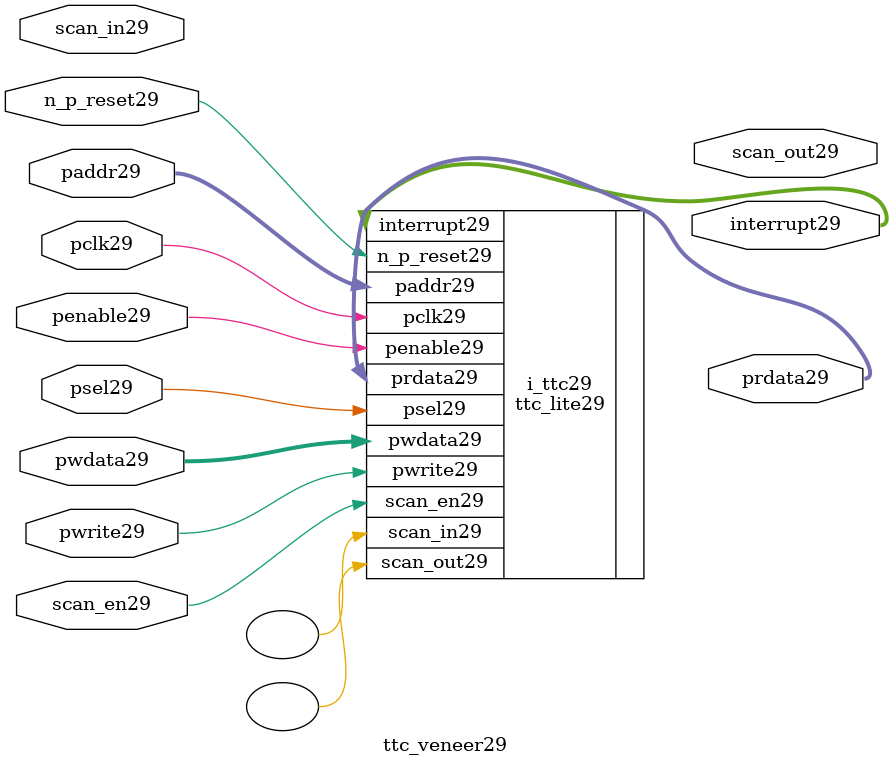
<source format=v>
module ttc_veneer29 (
           
           //inputs29
           n_p_reset29,
           pclk29,
           psel29,
           penable29,
           pwrite29,
           pwdata29,
           paddr29,
           scan_in29,
           scan_en29,

           //outputs29
           prdata29,
           interrupt29,
           scan_out29           

           );


//-----------------------------------------------------------------------------
// PORT DECLARATIONS29
//-----------------------------------------------------------------------------

   input         n_p_reset29;            //System29 Reset29
   input         pclk29;                 //System29 clock29
   input         psel29;                 //Select29 line
   input         penable29;              //Enable29
   input         pwrite29;               //Write line, 1 for write, 0 for read
   input [31:0]  pwdata29;               //Write data
   input [7:0]   paddr29;                //Address Bus29 register
   input         scan_in29;              //Scan29 chain29 input port
   input         scan_en29;              //Scan29 chain29 enable port
   
   output [31:0] prdata29;               //Read Data from the APB29 Interface29
   output [3:1]  interrupt29;            //Interrupt29 from PCI29 
   output        scan_out29;             //Scan29 chain29 output port

//##############################################################################
// if the TTC29 is NOT29 black29 boxed29 
//##############################################################################
`ifndef FV_KIT_BLACK_BOX_TTC29 

ttc_lite29 i_ttc29(

   //inputs29
   .n_p_reset29(n_p_reset29),
   .pclk29(pclk29),
   .psel29(psel29),
   .penable29(penable29),
   .pwrite29(pwrite29),
   .pwdata29(pwdata29),
   .paddr29(paddr29),
   .scan_in29(),
   .scan_en29(scan_en29),

   //outputs29
   .prdata29(prdata29),
   .interrupt29(interrupt29),
   .scan_out29()
);

`else 
//##############################################################################
// if the TTC29 is black29 boxed29 
//##############################################################################

   wire          n_p_reset29;            //System29 Reset29
   wire          pclk29;                 //System29 clock29
   wire          psel29;                 //Select29 line
   wire          penable29;              //Enable29
   wire          pwrite29;               //Write line, 1 for write, 0 for read
   wire  [31:0]  pwdata29;               //Write data
   wire  [7:0]   paddr29;                //Address Bus29 register
   wire          scan_in29;              //Scan29 chain29 wire  port
   wire          scan_en29;              //Scan29 chain29 enable port
   
   reg    [31:0] prdata29;               //Read Data from the APB29 Interface29
   reg    [3:1]  interrupt29;            //Interrupt29 from PCI29 
   reg           scan_out29;             //Scan29 chain29 reg    port

`endif
//##############################################################################
// black29 boxed29 defines29 
//##############################################################################

endmodule

</source>
